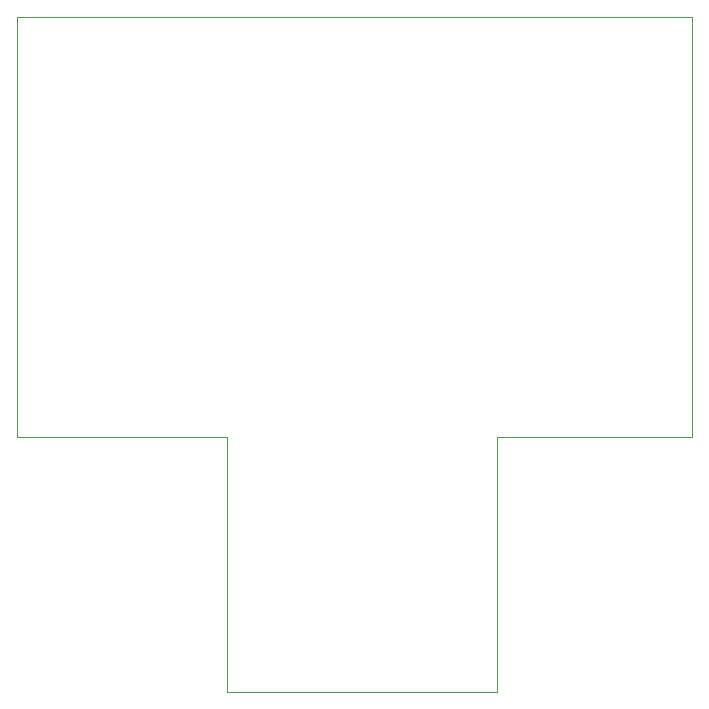
<source format=gbr>
G04 #@! TF.GenerationSoftware,KiCad,Pcbnew,(5.1.2-1)-1*
G04 #@! TF.CreationDate,2019-07-09T09:57:47-07:00*
G04 #@! TF.ProjectId,ProCoRat,50726f43-6f52-4617-942e-6b696361645f,1.0*
G04 #@! TF.SameCoordinates,Original*
G04 #@! TF.FileFunction,Profile,NP*
%FSLAX46Y46*%
G04 Gerber Fmt 4.6, Leading zero omitted, Abs format (unit mm)*
G04 Created by KiCad (PCBNEW (5.1.2-1)-1) date 2019-07-09 09:57:47*
%MOMM*%
%LPD*%
G04 APERTURE LIST*
%ADD10C,0.050000*%
G04 APERTURE END LIST*
D10*
X158750000Y-48260000D02*
X158750000Y-83820000D01*
X158750000Y-83820000D02*
X142240000Y-83820000D01*
X101600000Y-83820000D02*
X119380000Y-83820000D01*
X142240000Y-105410000D02*
X142240000Y-83820000D01*
X119380000Y-105410000D02*
X142240000Y-105410000D01*
X119380000Y-83820000D02*
X119380000Y-105410000D01*
X101600000Y-83820000D02*
X101600000Y-48260000D01*
X101600000Y-48260000D02*
X158750000Y-48260000D01*
M02*

</source>
